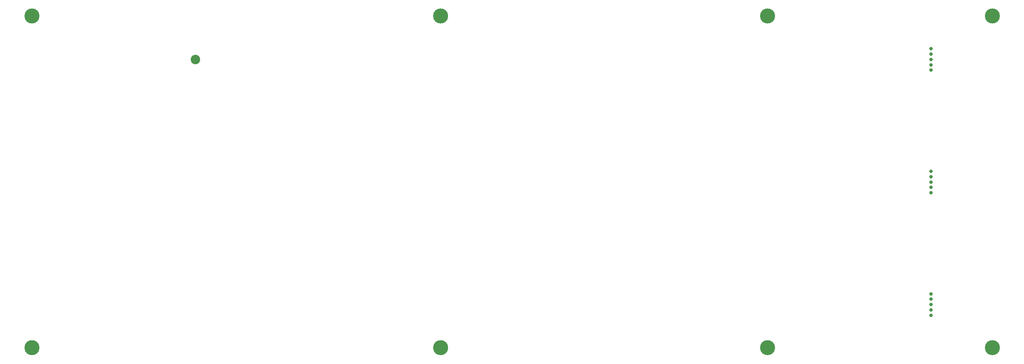
<source format=gbr>
G04 #@! TF.GenerationSoftware,KiCad,Pcbnew,(5.1.10-1-10_14)*
G04 #@! TF.CreationDate,2021-08-19T11:23:44-05:00*
G04 #@! TF.ProjectId,ori_bottom_plate,6f72695f-626f-4747-946f-6d5f706c6174,rev?*
G04 #@! TF.SameCoordinates,Original*
G04 #@! TF.FileFunction,Soldermask,Bot*
G04 #@! TF.FilePolarity,Negative*
%FSLAX46Y46*%
G04 Gerber Fmt 4.6, Leading zero omitted, Abs format (unit mm)*
G04 Created by KiCad (PCBNEW (5.1.10-1-10_14)) date 2021-08-19 11:23:44*
%MOMM*%
%LPD*%
G01*
G04 APERTURE LIST*
%ADD10C,2.200000*%
%ADD11C,3.500000*%
%ADD12C,0.800000*%
G04 APERTURE END LIST*
D10*
X203623474Y-49993944D03*
D11*
X336973458Y-117264265D03*
X336973458Y-39873575D03*
X260773394Y-117264265D03*
X260773394Y-39873575D03*
X165523314Y-117264265D03*
X165523314Y-39873575D03*
X389360818Y-39873640D03*
D12*
X375048450Y-52493800D03*
X375048450Y-51243800D03*
X375048450Y-47493800D03*
X375048450Y-48743800D03*
X375048450Y-49993800D03*
X375048450Y-109656700D03*
X375048450Y-108406700D03*
X375048450Y-104656700D03*
X375048450Y-105906700D03*
X375048450Y-107156700D03*
X375048450Y-81081580D03*
X375048450Y-79831580D03*
X375048450Y-76081580D03*
X375048450Y-77331580D03*
X375048450Y-78581580D03*
D11*
X389360818Y-117264200D03*
M02*

</source>
